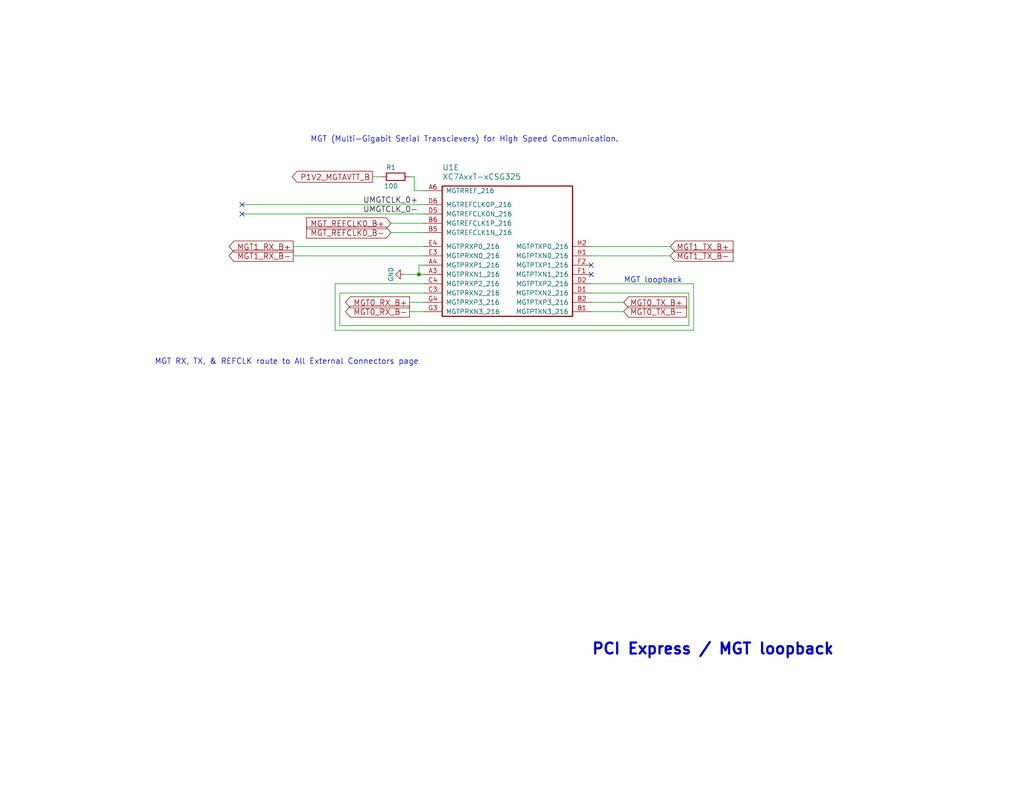
<source format=kicad_sch>
(kicad_sch (version 20250114) (generator "eeschema") (generator_version "9.0")
  (paper "A")
  (title_block (title "hFPGA") (date "2025-09-16") (rev "D") (company "Ethan Yang (github.com/ethanyangtaco115) & Stanely Wang") (comment 1 "A modification of the PicoEVB (github.com/RHSResearchLLC/PicoEVB)") (comment 2 "An expansion"))
  (lib_symbols
    (symbol "CONN_COAXIAL_1" (pin_names (offset 1.016) (hide yes))
      (property "Reference" "J" (at 0.254 3.048 0))
      (property "Value" "CONN_COAXIAL" (at 2.921 0 90))
      (symbol "CONN_COAXIAL_1_1_1"
        (pin passive line (at -3.81 0 0) (length 2.54) (name "In") (number "1"))
        (pin passive line (at 0 -5.08 90) (length 2.54) (name "Ext") (number "2"))
      )
    )
    (symbol "CONN_COAXIAL_2" (pin_names (offset 1.016) (hide yes))
      (property "Reference" "J" (at 0.254 3.048 0))
      (property "Value" "CONN_COAXIAL" (at 2.921 0 90))
      (symbol "CONN_COAXIAL_2_1_1"
        (pin passive line (at -3.81 0 0) (length 2.54) (name "In") (number "1"))
        (pin passive line (at 0 -5.08 90) (length 2.54) (name "Ext") (number "2"))
      )
    )
    (symbol "CONN_COAXIAL_3" (pin_names (offset 1.016) (hide yes))
      (property "Reference" "J" (at 0.254 3.048 0))
      (property "Value" "CONN_COAXIAL" (at 2.921 0 90))
      (symbol "CONN_COAXIAL_3_1_1"
        (pin passive line (at -3.81 0 0) (length 2.54) (name "In") (number "1"))
        (pin passive line (at 0 -5.08 90) (length 2.54) (name "Ext") (number "2"))
      )
    )
    (symbol "CONN_COAXIAL_4" (pin_names (offset 1.016) (hide yes))
      (property "Reference" "J" (at 0.254 3.048 0))
      (property "Value" "CONN_COAXIAL" (at 2.921 0 90))
      (symbol "CONN_COAXIAL_4_1_1"
        (pin passive line (at -3.81 0 0) (length 2.54) (name "In") (number "1"))
        (pin passive line (at 0 -5.08 90) (length 2.54) (name "Ext") (number "2"))
      )
    )
    (symbol "CONN_COAXIAL_5" (pin_names (offset 1.016) (hide yes))
      (property "Reference" "J" (at 0.254 3.048 0))
      (property "Value" "CONN_COAXIAL" (at 2.921 0 90))
      (symbol "CONN_COAXIAL_5_1_1"
        (pin passive line (at -3.81 0 0) (length 2.54) (name "In") (number "1"))
        (pin passive line (at 0 -5.08 90) (length 2.54) (name "Ext") (number "2"))
      )
    )
    (symbol "CONN_COAXIAL_6" (pin_names (offset 1.016) (hide yes))
      (property "Reference" "J" (at 0.254 3.048 0))
      (property "Value" "CONN_COAXIAL" (at 2.921 0 90))
      (symbol "CONN_COAXIAL_6_1_1"
        (pin passive line (at -3.81 0 0) (length 2.54) (name "In") (number "1"))
        (pin passive line (at 0 -5.08 90) (length 2.54) (name "Ext") (number "2"))
      )
    )
    (symbol "GND_1" (power) (pin_names (offset 0))
      (property "Value" "GND" (at 0 -3.81 0))
      (symbol "GND_1_1_1"
        (pin power_in line (at 0 0 270) (length 0) (hide yes) (name "GND") (number "1"))
      )
    )
    (symbol "GND_10" (power) (pin_names (offset 0))
      (property "Value" "GND" (at 0 -3.81 0))
      (symbol "GND_10_1_1"
        (pin power_in line (at 0 0 270) (length 0) (hide yes) (name "GND") (number "1"))
      )
    )
    (symbol "GND_2" (power) (pin_names (offset 0))
      (property "Value" "GND" (at 0 -3.81 0))
      (symbol "GND_2_1_1"
        (pin power_in line (at 0 0 270) (length 0) (hide yes) (name "GND") (number "1"))
      )
    )
    (symbol "GND_3" (power) (pin_names (offset 0))
      (property "Value" "GND" (at 0 -3.81 0))
      (symbol "GND_3_1_1"
        (pin power_in line (at 0 0 270) (length 0) (hide yes) (name "GND") (number "1"))
      )
    )
    (symbol "GND_4" (power) (pin_names (offset 0))
      (property "Value" "GND" (at 0 -3.81 0))
      (symbol "GND_4_1_1"
        (pin power_in line (at 0 0 270) (length 0) (hide yes) (name "GND") (number "1"))
      )
    )
    (symbol "GND_5" (power) (pin_names (offset 0))
      (property "Value" "GND" (at 0 -3.81 0))
      (symbol "GND_5_1_1"
        (pin power_in line (at 0 0 270) (length 0) (hide yes) (name "GND") (number "1"))
      )
    )
    (symbol "GND_6" (power) (pin_names (offset 0))
      (property "Value" "GND" (at 0 -3.81 0))
      (symbol "GND_6_1_1"
        (pin power_in line (at 0 0 270) (length 0) (hide yes) (name "GND") (number "1"))
      )
    )
    (symbol "GND_7" (power) (pin_names (offset 0))
      (property "Value" "GND" (at 0 -3.81 0))
      (symbol "GND_7_1_1"
        (pin power_in line (at 0 0 270) (length 0) (hide yes) (name "GND") (number "1"))
      )
    )
    (symbol "R_1" (pin_numbers (hide yes)) (pin_names (offset 0))
      (property "Reference" "R" (at 2.032 0 90))
      (property "Value" "R" (at 0 0 90))
      (symbol "R_1_1_1"
        (pin passive line (at 0 3.81 270) (length 1.27) (name "~") (number "1"))
        (pin passive line (at 0 -3.81 90) (length 1.27) (name "~") (number "2"))
      )
    )
    (symbol "R_2" (pin_numbers (hide yes)) (pin_names (offset 0))
      (property "Reference" "R" (at 2.032 0 90))
      (property "Value" "R" (at 0 0 90))
      (symbol "R_2_1_1"
        (pin passive line (at 0 3.81 270) (length 1.27) (name "~") (number "1"))
        (pin passive line (at 0 -3.81 90) (length 1.27) (name "~") (number "2"))
      )
    )
    (symbol "xc7a50tcsg325_1" (pin_names (offset 1.016))
      (property "Reference" "U" (at 1.27 3.81 0))
      (property "Value" "xc7a50tcsg325" (at 8.89 3.81 0))
      (symbol "xc7a50tcsg325_1_1_1"
        (pin power_in line (at 0 0 0) (length 5.08) (name "VCCO_0[2]") (number "E10"))
        (pin power_in line (at 0 0 0) (length 5.08) (name "VCCO_0[2]") (number "R10"))
        (pin power_in line (at 0 -2.54 0) (length 5.08) (name "VCCBATT_0") (number "E11"))
        (pin input line (at 0 -6.35 0) (length 5.08) (name "CFGBVS_0") (number "E12"))
        (pin input line (at 0 -8.89 0) (length 5.08) (name "M0_0") (number "R12"))
        (pin input line (at 0 -11.43 0) (length 5.08) (name "M1_0") (number "R11"))
        (pin input line (at 0 -13.97 0) (length 5.08) (name "M2_0") (number "F13"))
        (pin input line (at 0 -17.78 0) (length 5.08) (name "TDI_0") (number "T9"))
        (pin output line (at 0 -20.32 0) (length 5.08) (name "TDO_0") (number "T8"))
        (pin input line (at 0 -22.86 0) (length 5.08) (name "TMS_0") (number "R8"))
        (pin input line (at 0 -25.4 0) (length 5.08) (name "TCK_0") (number "F8"))
        (pin input line (at 0 -29.21 0) (length 5.08) (name "PROGRAM_B_0") (number "P10"))
        (pin input line (at 0 -31.75 0) (length 5.08) (name "INIT_B_0") (number "T10"))
        (pin output line (at 0 -34.29 0) (length 5.08) (name "DONE_0") (number "F12"))
        (pin input line (at 0 -38.1 0) (length 5.08) (name "CCLK_0") (number "E8"))
        (pin power_in line (at 36.83 0 180) (length 5.08) (name "VCCADC_0") (number "J10"))
        (pin power_in line (at 36.83 -2.54 180) (length 5.08) (name "GNDADC_0") (number "J9"))
        (pin input line (at 36.83 -5.08 180) (length 5.08) (name "VREFP_0") (number "L10"))
        (pin input line (at 36.83 -7.62 180) (length 5.08) (name "VREFN_0") (number "K9"))
        (pin input line (at 36.83 -10.16 180) (length 5.08) (name "VP_0") (number "K10"))
        (pin input line (at 36.83 -12.7 180) (length 5.08) (name "VN_0") (number "L9"))
        (pin passive line (at 36.83 -16.51 180) (length 5.08) (name "DXN_0") (number "M9"))
        (pin passive line (at 36.83 -19.05 180) (length 5.08) (name "DXP_0") (number "M10"))
      )
      (symbol "xc7a50tcsg325_1_2_1"
        (pin bidirectional line (at 0 0 0) (length 5.08) (name "IO_0_14") (number "L14"))
        (pin bidirectional line (at 0 -2.54 0) (length 5.08) (name "IO_L1P_T0_D00_MOSI_14") (number "K16"))
        (pin bidirectional line (at 0 -5.08 0) (length 5.08) (name "IO_L1N_T0_D01_DIN_14") (number "L17"))
        (pin bidirectional line (at 0 -7.62 0) (length 5.08) (name "IO_L2P_T0_D02_14") (number "J15"))
        (pin bidirectional line (at 0 -10.16 0) (length 5.08) (name "IO_L2N_T0_D03_14") (number "J16"))
        (pin bidirectional line (at 0 -12.7 0) (length 5.08) (name "IO_L3P_T0_DQS_PUDC_B_14") (number "J18"))
        (pin bidirectional line (at 0 -15.24 0) (length 5.08) (name "IO_L3N_T0_DQS_EMCCLK_14") (number "K18"))
        (pin bidirectional line (at 0 -17.78 0) (length 5.08) (name "IO_L4P_T0_D04_14") (number "K17"))
        (pin bidirectional line (at 0 -20.32 0) (length 5.08) (name "IO_L4N_T0_D05_14") (number "L18"))
        (pin bidirectional line (at 0 -22.86 0) (length 5.08) (name "IO_L5P_T0_D06_14") (number "J14"))
        (pin bidirectional line (at 0 -25.4 0) (length 5.08) (name "IO_L5N_T0_D07_14") (number "K15"))
        (pin bidirectional line (at 0 -27.94 0) (length 5.08) (name "IO_L6P_T0_FCS_B_14") (number "L15"))
        (pin bidirectional line (at 0 -30.48 0) (length 5.08) (name "IO_L6N_T0_D08_VREF_14") (number "M15"))
        (pin bidirectional line (at 0 -33.02 0) (length 5.08) (name "IO_L7P_T1_D09_14") (number "M16"))
        (pin bidirectional line (at 0 -35.56 0) (length 5.08) (name "IO_L7N_T1_D10_14") (number "M17"))
        (pin bidirectional line (at 0 -38.1 0) (length 5.08) (name "IO_L8P_T1_D11_14") (number "M14"))
        (pin bidirectional line (at 0 -40.64 0) (length 5.08) (name "IO_L8N_T1_D12_14") (number "N14"))
        (pin bidirectional line (at 0 -43.18 0) (length 5.08) (name "IO_L9P_T1_DQS_14") (number "N16"))
        (pin bidirectional line (at 0 -45.72 0) (length 5.08) (name "IO_L9N_T1_DQS_D13_14") (number "N17"))
        (pin bidirectional line (at 0 -48.26 0) (length 5.08) (name "IO_L10P_T1_D14_14") (number "N18"))
        (pin bidirectional line (at 0 -50.8 0) (length 5.08) (name "IO_L10N_T1_D15_14") (number "P18"))
        (pin bidirectional line (at 0 -53.34 0) (length 5.08) (name "IO_L11P_T1_SRCC_14") (number "P15"))
        (pin bidirectional line (at 0 -55.88 0) (length 5.08) (name "IO_L11N_T1_SRCC_14") (number "P16"))
        (pin bidirectional line (at 0 -58.42 0) (length 5.08) (name "IO_L12P_T1_MRCC_14") (number "P14"))
        (pin bidirectional line (at 0 -60.96 0) (length 5.08) (name "IO_L12N_T1_MRCC_14") (number "R15"))
        (pin bidirectional line (at 0 -63.5 0) (length 5.08) (name "IO_L13P_T2_MRCC_14") (number "T14"))
        (pin bidirectional line (at 0 -66.04 0) (length 5.08) (name "IO_L13N_T2_MRCC_14") (number "T15"))
        (pin bidirectional line (at 0 -68.58 0) (length 5.08) (name "IO_L14P_T2_SRCC_14") (number "R16"))
        (pin bidirectional line (at 0 -71.12 0) (length 5.08) (name "IO_L14N_T2_SRCC_14") (number "R17"))
        (pin bidirectional line (at 0 -73.66 0) (length 5.08) (name "IO_L15P_T2_DQS_RDWR_B_14") (number "R18"))
        (pin bidirectional line (at 0 -76.2 0) (length 5.08) (name "IO_L15N_T2_DQS_DOUT_CSO_B_14") (number "T18"))
        (pin bidirectional line (at 0 -78.74 0) (length 5.08) (name "IO_L16P_T2_CSI_B_14") (number "T17"))
        (pin bidirectional line (at 0 -81.28 0) (length 5.08) (name "IO_L16N_T2_A15_D31_14") (number "U17"))
        (pin bidirectional line (at 0 -83.82 0) (length 5.08) (name "IO_L17P_T2_A14_D30_14") (number "U15"))
        (pin bidirectional line (at 0 -86.36 0) (length 5.08) (name "IO_L17N_T2_A13_D29_14") (number "U16"))
        (pin bidirectional line (at 0 -88.9 0) (length 5.08) (name "IO_L18P_T2_A12_D28_14") (number "V16"))
        (pin bidirectional line (at 0 -91.44 0) (length 5.08) (name "IO_L18N_T2_A11_D27_14") (number "V17"))
        (pin bidirectional line (at 0 -93.98 0) (length 5.08) (name "IO_L19P_T3_A10_D26_14") (number "R13"))
        (pin bidirectional line (at 0 -96.52 0) (length 5.08) (name "IO_L19N_T3_A09_D25_VREF_14") (number "T13"))
        (pin bidirectional line (at 0 -99.06 0) (length 5.08) (name "IO_L20P_T3_A08_D24_14") (number "U14"))
        (pin bidirectional line (at 0 -101.6 0) (length 5.08) (name "IO_L20N_T3_A07_D23_14") (number "V14"))
        (pin bidirectional line (at 0 -104.14 0) (length 5.08) (name "IO_L21P_T3_DQS_14") (number "V12"))
        (pin bidirectional line (at 0 -106.68 0) (length 5.08) (name "IO_L21N_T3_DQS_A06_D22_14") (number "V13"))
        (pin bidirectional line (at 0 -109.22 0) (length 5.08) (name "IO_L22P_T3_A05_D21_14") (number "T12"))
        (pin bidirectional line (at 0 -111.76 0) (length 5.08) (name "IO_L22N_T3_A04_D20_14") (number "U12"))
        (pin bidirectional line (at 0 -114.3 0) (length 5.08) (name "IO_L23P_T3_A03_D19_14") (number "U11"))
        (pin bidirectional line (at 0 -116.84 0) (length 5.08) (name "IO_L23N_T3_A02_D18_14") (number "V11"))
        (pin bidirectional line (at 0 -119.38 0) (length 5.08) (name "IO_L24P_T3_A01_D17_14") (number "U9"))
        (pin bidirectional line (at 0 -121.92 0) (length 5.08) (name "IO_L24N_T3_A00_D16_14") (number "V9"))
        (pin bidirectional line (at 0 -124.46 0) (length 5.08) (name "IO_25_14") (number "U10"))
        (pin power_in line (at 0 -127 0) (length 5.08) (name "VCCO_14[7]") (number "L16"))
        (pin power_in line (at 0 -127 0) (length 5.08) (name "VCCO_14[7]") (number "P17"))
        (pin power_in line (at 0 -127 0) (length 5.08) (name "VCCO_14[7]") (number "R14"))
        (pin power_in line (at 0 -127 0) (length 5.08) (name "VCCO_14[7]") (number "T11"))
        (pin power_in line (at 0 -127 0) (length 5.08) (name "VCCO_14[7]") (number "U18"))
        (pin power_in line (at 0 -127 0) (length 5.08) (name "VCCO_14[7]") (number "U8"))
        (pin power_in line (at 0 -127 0) (length 5.08) (name "VCCO_14[7]") (number "V15"))
      )
      (symbol "xc7a50tcsg325_1_3_1"
        (pin bidirectional line (at 0 0 0) (length 5.08) (name "IO_0_15") (number "D10"))
        (pin bidirectional line (at 0 -2.54 0) (length 5.08) (name "IO_L1P_T0_AD0P_15") (number "D8"))
        (pin bidirectional line (at 0 -5.08 0) (length 5.08) (name "IO_L1N_T0_AD0N_15") (number "C8"))
        (pin bidirectional line (at 0 -7.62 0) (length 5.08) (name "IO_L2P_T0_AD8P_15") (number "D9"))
        (pin bidirectional line (at 0 -10.16 0) (length 5.08) (name "IO_L2N_T0_AD8N_15") (number "C9"))
        (pin bidirectional line (at 0 -12.7 0) (length 5.08) (name "IO_L3P_T0_DQS_AD1P_15") (number "B9"))
        (pin bidirectional line (at 0 -15.24 0) (length 5.08) (name "IO_L3N_T0_DQS_AD1N_15") (number "A9"))
        (pin bidirectional line (at 0 -17.78 0) (length 5.08) (name "IO_L4P_T0_15") (number "C11"))
        (pin bidirectional line (at 0 -20.32 0) (length 5.08) (name "IO_L4N_T0_15") (number "B11"))
        (pin bidirectional line (at 0 -22.86 0) (length 5.08) (name "IO_L5P_T0_AD9P_15") (number "B10"))
        (pin bidirectional line (at 0 -25.4 0) (length 5.08) (name "IO_L5N_T0_AD9N_15") (number "A10"))
        (pin bidirectional line (at 0 -27.94 0) (length 5.08) (name "IO_L6P_T0_15") (number "D11"))
        (pin bidirectional line (at 0 -30.48 0) (length 5.08) (name "IO_L6N_T0_VREF_15") (number "C12"))
        (pin bidirectional line (at 0 -33.02 0) (length 5.08) (name "IO_L7P_T1_AD2P_15") (number "B12"))
        (pin bidirectional line (at 0 -35.56 0) (length 5.08) (name "IO_L7N_T1_AD2N_15") (number "A12"))
        (pin bidirectional line (at 0 -38.1 0) (length 5.08) (name "IO_L8P_T1_AD10P_15") (number "A13"))
        (pin bidirectional line (at 0 -40.64 0) (length 5.08) (name "IO_L8N_T1_AD10N_15") (number "A14"))
        (pin bidirectional line (at 0 -43.18 0) (length 5.08) (name "IO_L9P_T1_DQS_AD3P_15") (number "C14"))
        (pin bidirectional line (at 0 -45.72 0) (length 5.08) (name "IO_L9N_T1_DQS_AD3N_15") (number "B15"))
        (pin bidirectional line (at 0 -48.26 0) (length 5.08) (name "IO_L10P_T1_AD11P_15") (number "B14"))
        (pin bidirectional line (at 0 -50.8 0) (length 5.08) (name "IO_L10N_T1_AD11N_15") (number "A15"))
        (pin bidirectional line (at 0 -53.34 0) (length 5.08) (name "IO_L11P_T1_SRCC_15") (number "D13"))
        (pin bidirectional line (at 0 -55.88 0) (length 5.08) (name "IO_L11N_T1_SRCC_15") (number "C13"))
        (pin bidirectional line (at 0 -58.42 0) (length 5.08) (name "IO_L12P_T1_MRCC_15") (number "E13"))
        (pin bidirectional line (at 0 -60.96 0) (length 5.08) (name "IO_L12N_T1_MRCC_15") (number "D14"))
        (pin bidirectional line (at 0 -63.5 0) (length 5.08) (name "IO_L13P_T2_MRCC_15") (number "E15"))
        (pin bidirectional line (at 0 -66.04 0) (length 5.08) (name "IO_L13N_T2_MRCC_15") (number "D15"))
        (pin bidirectional line (at 0 -68.58 0) (length 5.08) (name "IO_L14P_T2_SRCC_15") (number "E16"))
        (pin bidirectional line (at 0 -71.12 0) (length 5.08) (name "IO_L14N_T2_SRCC_15") (number "D16"))
        (pin bidirectional line (at 0 -73.66 0) (length 5.08) (name "IO_L15P_T2_DQS_15") (number "B16"))
        (pin bidirectional line (at 0 -76.2 0) (length 5.08) (name "IO_L15N_T2_DQS_ADV_B_15") (number "A17"))
        (pin bidirectional line (at 0 -78.74 0) (length 5.08) (name "IO_L16P_T2_A28_15") (number "C16"))
        (pin bidirectional line (at 0 -81.28 0) (length 5.08) (name "IO_L16N_T2_A27_15") (number "B17"))
        (pin bidirectional line (at 0 -83.82 0) (length 5.08) (name "IO_L17P_T2_A26_15") (number "E17"))
        (pin bidirectional line (at 0 -86.36 0) (length 5.08) (name "IO_L17N_T2_A25_15") (number "D18"))
        (pin bidirectional line (at 0 -88.9 0) (length 5.08) (name "IO_L18P_T2_A24_15") (number "C17"))
        (pin bidirectional line (at 0 -91.44 0) (length 5.08) (name "IO_L18N_T2_A23_15") (number "C18"))
        (pin bidirectional line (at 0 -93.98 0) (length 5.08) (name "IO_L19P_T3_A22_15") (number "G17"))
        (pin bidirectional line (at 0 -96.52 0) (length 5.08) (name "IO_L19N_T3_A21_VREF_15") (number "F18"))
        (pin bidirectional line (at 0 -99.06 0) (length 5.08) (name "IO_L20P_T3_A20_15") (number "H16"))
        (pin bidirectional line (at 0 -101.6 0) (length 5.08) (name "IO_L20N_T3_A19_15") (number "G16"))
        (pin bidirectional line (at 0 -104.14 0) (length 5.08) (name "IO_L21P_T3_DQS_15") (number "G15"))
        (pin bidirectional line (at 0 -106.68 0) (length 5.08) (name "IO_L21N_T3_DQS_A18_15") (number "F15"))
        (pin bidirectional line (at 0 -109.22 0) (length 5.08) (name "IO_L22P_T3_A17_15") (number "G14"))
        (pin bidirectional line (at 0 -111.76 0) (length 5.08) (name "IO_L22N_T3_A16_15") (number "F14"))
        (pin bidirectional line (at 0 -114.3 0) (length 5.08) (name "IO_L23P_T3_FOE_B_15") (number "H17"))
        (pin bidirectional line (at 0 -116.84 0) (length 5.08) (name "IO_L23N_T3_FWE_B_15") (number "H18"))
        (pin bidirectional line (at 0 -119.38 0) (length 5.08) (name "IO_L24P_T3_RS1_15") (number "F17"))
        (pin bidirectional line (at 0 -121.92 0) (length 5.08) (name "IO_L24N_T3_RS0_15") (number "E18"))
        (pin bidirectional line (at 0 -124.46 0) (length 5.08) (name "IO_25_15") (number "H14"))
        (pin power_in line (at 0 -127 0) (length 5.08) (name "VCCO_15[7]") (number "A16"))
        (pin power_in line (at 0 -127 0) (length 5.08) (name "VCCO_15[7]") (number "B13"))
        (pin power_in line (at 0 -127 0) (length 5.08) (name "VCCO_15[7]") (number "C10"))
        (pin power_in line (at 0 -127 0) (length 5.08) (name "VCCO_15[7]") (number "D17"))
        (pin power_in line (at 0 -127 0) (length 5.08) (name "VCCO_15[7]") (number "E14"))
        (pin power_in line (at 0 -127 0) (length 5.08) (name "VCCO_15[7]") (number "G18"))
        (pin power_in line (at 0 -127 0) (length 5.08) (name "VCCO_15[7]") (number "H15"))
      )
      (symbol "xc7a50tcsg325_1_4_1"
        (pin bidirectional line (at 0 0 0) (length 5.08) (name "IO_0_34") (number "J6"))
        (pin bidirectional line (at 0 -2.54 0) (length 5.08) (name "IO_L1P_T0_34") (number "K6"))
        (pin bidirectional line (at 0 -5.08 0) (length 5.08) (name "IO_L1N_T0_34") (number "K5"))
        (pin bidirectional line (at 0 -7.62 0) (length 5.08) (name "IO_L2P_T0_34") (number "J5"))
        (pin bidirectional line (at 0 -10.16 0) (length 5.08) (name "IO_L2N_T0_34") (number "J4"))
        (pin bidirectional line (at 0 -12.7 0) (length 5.08) (name "IO_L3P_T0_DQS_34") (number "K2"))
        (pin bidirectional line (at 0 -15.24 0) (length 5.08) (name "IO_L3N_T0_DQS_34") (number "K1"))
        (pin bidirectional line (at 0 -17.78 0) (length 5.08) (name "IO_L4P_T0_34") (number "K3"))
        (pin bidirectional line (at 0 -20.32 0) (length 5.08) (name "IO_L4N_T0_34") (number "L2"))
        (pin bidirectional line (at 0 -22.86 0) (length 5.08) (name "IO_L5P_T0_34") (number "L4"))
        (pin bidirectional line (at 0 -25.4 0) (length 5.08) (name "IO_L5N_T0_34") (number "L3"))
        (pin bidirectional line (at 0 -27.94 0) (length 5.08) (name "IO_L6P_T0_34") (number "L5"))
        (pin bidirectional line (at 0 -30.48 0) (length 5.08) (name "IO_L6N_T0_VREF_34") (number "M5"))
        (pin bidirectional line (at 0 -33.02 0) (length 5.08) (name "IO_L7P_T1_34") (number "M2"))
        (pin bidirectional line (at 0 -35.56 0) (length 5.08) (name "IO_L7N_T1_34") (number "M1"))
        (pin bidirectional line (at 0 -38.1 0) (length 5.08) (name "IO_L8P_T1_34") (number "M6"))
        (pin bidirectional line (at 0 -40.64 0) (length 5.08) (name "IO_L8N_T1_34") (number "N6"))
        (pin bidirectional line (at 0 -43.18 0) (length 5.08) (name "IO_L9P_T1_DQS_34") (number "N1"))
        (pin bidirectional line (at 0 -45.72 0) (length 5.08) (name "IO_L9N_T1_DQS_34") (number "P1"))
        (pin bidirectional line (at 0 -48.26 0) (length 5.08) (name "IO_L10P_T1_34") (number "M4"))
        (pin bidirectional line (at 0 -50.8 0) (length 5.08) (name "IO_L10N_T1_34") (number "N4"))
        (pin bidirectional line (at 0 -53.34 0) (length 5.08) (name "IO_L11P_T1_SRCC_34") (number "N3"))
        (pin bidirectional line (at 0 -55.88 0) (length 5.08) (name "IO_L11N_T1_SRCC_34") (number "N2"))
        (pin bidirectional line (at 0 -58.42 0) (length 5.08) (name "IO_L12P_T1_MRCC_34") (number "P4"))
        (pin bidirectional line (at 0 -60.96 0) (length 5.08) (name "IO_L12N_T1_MRCC_34") (number "P3"))
        (pin bidirectional line (at 0 -63.5 0) (length 5.08) (name "IO_L13P_T2_MRCC_34") (number "R2"))
        (pin bidirectional line (at 0 -66.04 0) (length 5.08) (name "IO_L13N_T2_MRCC_34") (number "R1"))
        (pin bidirectional line (at 0 -68.58 0) (length 5.08) (name "IO_L14P_T2_SRCC_34") (number "R3"))
        (pin bidirectional line (at 0 -71.12 0) (length 5.08) (name "IO_L14N_T2_SRCC_34") (number "T2"))
        (pin bidirectional line (at 0 -73.66 0) (length 5.08) (name "IO_L15P_T2_DQS_34") (number "U2"))
        (pin bidirectional line (at 0 -76.2 0) (length 5.08) (name "IO_L15N_T2_DQS_34") (number "U1"))
        (pin bidirectional line (at 0 -78.74 0) (length 5.08) (name "IO_L16P_T2_34") (number "V3"))
        (pin bidirectional line (at 0 -81.28 0) (length 5.08) (name "IO_L16N_T2_34") (number "V2"))
        (pin bidirectional line (at 0 -83.82 0) (length 5.08) (name "IO_L17P_T2_34") (number "T4"))
        (pin bidirectional line (at 0 -86.36 0) (length 5.08) (name "IO_L17N_T2_34") (number "T3"))
        (pin bidirectional line (at 0 -88.9 0) (length 5.08) (name "IO_L18P_T2_34") (number "U4"))
        (pin bidirectional line (at 0 -91.44 0) (length 5.08) (name "IO_L18N_T2_34") (number "V4"))
        (pin bidirectional line (at 0 -93.98 0) (length 5.08) (name "IO_L19P_T3_34") (number "P6"))
        (pin bidirectional line (at 0 -96.52 0) (length 5.08) (name "IO_L19N_T3_VREF_34") (number "P5"))
        (pin bidirectional line (at 0 -99.06 0) (length 5.08) (name "IO_L20P_T3_34") (number "U6"))
        (pin bidirectional line (at 0 -101.6 0) (length 5.08) (name "IO_L20N_T3_34") (number "U5"))
        (pin bidirectional line (at 0 -104.14 0) (length 5.08) (name "IO_L21P_T3_DQS_34") (number "R5"))
        (pin bidirectional line (at 0 -106.68 0) (length 5.08) (name "IO_L21N_T3_DQS_34") (number "T5"))
        (pin bidirectional line (at 0 -109.22 0) (length 5.08) (name "IO_L22P_T3_34") (number "R7"))
        (pin bidirectional line (at 0 -111.76 0) (length 5.08) (name "IO_L22N_T3_34") (number "T7"))
        (pin bidirectional line (at 0 -114.3 0) (length 5.08) (name "IO_L23P_T3_34") (number "U7"))
        (pin bidirectional line (at 0 -116.84 0) (length 5.08) (name "IO_L23N_T3_34") (number "V6"))
        (pin bidirectional line (at 0 -119.38 0) (length 5.08) (name "IO_L24P_T3_34") (number "V8"))
        (pin bidirectional line (at 0 -121.92 0) (length 5.08) (name "IO_L24N_T3_34") (number "V7"))
        (pin bidirectional line (at 0 -124.46 0) (length 5.08) (name "IO_25_34") (number "R6"))
        (pin power_in line (at 0 -127 0) (length 5.08) (name "VCCO_34[6]") (number "L6"))
        (pin power_in line (at 0 -127 0) (length 5.08) (name "VCCO_34[6]") (number "M3"))
        (pin power_in line (at 0 -127 0) (length 5.08) (name "VCCO_34[6]") (number "P7"))
        (pin power_in line (at 0 -127 0) (length 5.08) (name "VCCO_34[6]") (number "R4"))
        (pin power_in line (at 0 -127 0) (length 5.08) (name "VCCO_34[6]") (number "T1"))
        (pin power_in line (at 0 -127 0) (length 5.08) (name "VCCO_34[6]") (number "V5"))
      )
      (symbol "xc7a50tcsg325_1_5_1"
        (pin passive line (at 0 0 0) (length 5.08) (name "MGTRREF_216") (number "A6"))
        (pin input line (at 0 -3.81 0) (length 5.08) (name "MGTREFCLK0P_216") (number "D6"))
        (pin input line (at 0 -6.35 0) (length 5.08) (name "MGTREFCLK0N_216") (number "D5"))
        (pin input line (at 0 -8.89 0) (length 5.08) (name "MGTREFCLK1P_216") (number "B6"))
        (pin input line (at 0 -11.43 0) (length 5.08) (name "MGTREFCLK1N_216") (number "B5"))
        (pin input line (at 0 -15.24 0) (length 5.08) (name "MGTPRXP0_216") (number "E4"))
        (pin input line (at 0 -17.78 0) (length 5.08) (name "MGTPRXN0_216") (number "E3"))
        (pin input line (at 0 -20.32 0) (length 5.08) (name "MGTPRXP1_216") (number "A4"))
        (pin input line (at 0 -22.86 0) (length 5.08) (name "MGTPRXN1_216") (number "A3"))
        (pin input line (at 0 -25.4 0) (length 5.08) (name "MGTPRXP2_216") (number "C4"))
        (pin input line (at 0 -27.94 0) (length 5.08) (name "MGTPRXN2_216") (number "C3"))
        (pin input line (at 0 -30.48 0) (length 5.08) (name "MGTPRXP3_216") (number "G4"))
        (pin input line (at 0 -33.02 0) (length 5.08) (name "MGTPRXN3_216") (number "G3"))
        (pin output line (at 45.72 -15.24 180) (length 5.08) (name "MGTPTXP0_216") (number "H2"))
        (pin output line (at 45.72 -17.78 180) (length 5.08) (name "MGTPTXN0_216") (number "H1"))
        (pin output line (at 45.72 -20.32 180) (length 5.08) (name "MGTPTXP1_216") (number "F2"))
        (pin output line (at 45.72 -22.86 180) (length 5.08) (name "MGTPTXN1_216") (number "F1"))
        (pin output line (at 45.72 -25.4 180) (length 5.08) (name "MGTPTXP2_216") (number "D2"))
        (pin output line (at 45.72 -27.94 180) (length 5.08) (name "MGTPTXN2_216") (number "D1"))
        (pin output line (at 45.72 -30.48 180) (length 5.08) (name "MGTPTXP3_216") (number "B2"))
        (pin output line (at 45.72 -33.02 180) (length 5.08) (name "MGTPTXN3_216") (number "B1"))
      )
      (symbol "xc7a50tcsg325_1_6_1"
        (pin power_in line (at 0 0 0) (length 5.08) (name "VCCAUX[5]") (number "G12"))
        (pin power_in line (at 0 0 0) (length 5.08) (name "VCCAUX[5]") (number "H13"))
        (pin power_in line (at 0 0 0) (length 5.08) (name "VCCAUX[5]") (number "K13"))
        (pin power_in line (at 0 0 0) (length 5.08) (name "VCCAUX[5]") (number "M13"))
        (pin power_in line (at 0 0 0) (length 5.08) (name "VCCAUX[5]") (number "P13"))
        (pin power_in line (at 0 -2.54 0) (length 5.08) (name "VCCINT[18]") (number "F7"))
        (pin power_in line (at 0 -2.54 0) (length 5.08) (name "VCCINT[18]") (number "F9"))
        (pin power_in line (at 0 -2.54 0) (length 5.08) (name "VCCINT[18]") (number "G8"))
        (pin power_in line (at 0 -2.54 0) (length 5.08) (name "VCCINT[18]") (number "H7"))
        (pin power_in line (at 0 -2.54 0) (length 5.08) (name "VCCINT[18]") (number "H9"))
        (pin power_in line (at 0 -2.54 0) (length 5.08) (name "VCCINT[18]") (number "J12"))
        (pin power_in line (at 0 -2.54 0) (length 5.08) (name "VCCINT[18]") (number "J8"))
        (pin power_in line (at 0 -2.54 0) (length 5.08) (name "VCCINT[18]") (number "K11"))
        (pin power_in line (at 0 -2.54 0) (length 5.08) (name "VCCINT[18]") (number "K7"))
        (pin power_in line (at 0 -2.54 0) (length 5.08) (name "VCCINT[18]") (number "L12"))
        (pin power_in line (at 0 -2.54 0) (length 5.08) (name "VCCINT[18]") (number "L8"))
        (pin power_in line (at 0 -2.54 0) (length 5.08) (name "VCCINT[18]") (number "M11"))
        (pin power_in line (at 0 -2.54 0) (length 5.08) (name "VCCINT[18]") (number "M7"))
        (pin power_in line (at 0 -2.54 0) (length 5.08) (name "VCCINT[18]") (number "N10"))
        (pin power_in line (at 0 -2.54 0) (length 5.08) (name "VCCINT[18]") (number "N12"))
        (pin power_in line (at 0 -2.54 0) (length 5.08) (name "VCCINT[18]") (number "N8"))
        (pin power_in line (at 0 -2.54 0) (length 5.08) (name "VCCINT[18]") (number "P11"))
        (pin power_in line (at 0 -2.54 0) (length 5.08) (name "VCCINT[18]") (number "P9"))
        (pin power_in line (at 0 -5.08 0) (length 5.08) (name "GND[75]") (number "A1"))
        (pin power_in line (at 0 -5.08 0) (length 5.08) (name "GND[75]") (number "A11"))
        (pin power_in line (at 0 -5.08 0) (length 5.08) (name "GND[75]") (number "A18"))
        (pin power_in line (at 0 -5.08 0) (length 5.08) (name "GND[75]") (number "A5"))
        (pin power_in line (at 0 -5.08 0) (length 5.08) (name "GND[75]") (number "A7"))
        (pin power_in line (at 0 -5.08 0) (length 5.08) (name "GND[75]") (number "A8"))
        (pin power_in line (at 0 -5.08 0) (length 5.08) (name "GND[75]") (number "B18"))
        (pin power_in line (at 0 -5.08 0) (length 5.08) (name "GND[75]") (number "B3"))
        (pin power_in line (at 0 -5.08 0) (length 5.08) (name "GND[75]") (number "B7"))
        (pin power_in line (at 0 -5.08 0) (length 5.08) (name "GND[75]") (number "B8"))
        (pin power_in line (at 0 -5.08 0) (length 5.08) (name "GND[75]") (number "C15"))
        (pin power_in line (at 0 -5.08 0) (length 5.08) (name "GND[75]") (number "C2"))
        (pin power_in line (at 0 -5.08 0) (length 5.08) (name "GND[75]") (number "C6"))
        (pin power_in line (at 0 -5.08 0) (length 5.08) (name "GND[75]") (number "C7"))
        (pin power_in line (at 0 -5.08 0) (length 5.08) (name "GND[75]") (number "D12"))
        (pin power_in line (at 0 -5.08 0) (length 5.08) (name "GND[75]") (number "D3"))
        (pin power_in line (at 0 -5.08 0) (length 5.08) (name "GND[75]") (number "D4"))
        (pin power_in line (at 0 -5.08 0) (length 5.08) (name "GND[75]") (number "D7"))
        (pin power_in line (at 0 -5.08 0) (length 5.08) (name "GND[75]") (number "E2"))
        (pin power_in line (at 0 -5.08 0) (length 5.08) (name "GND[75]") (number "E6"))
        (pin power_in line (at 0 -5.08 0) (length 5.08) (name "GND[75]") (number "E7"))
        (pin power_in line (at 0 -5.08 0) (length 5.08) (name "GND[75]") (number "E9"))
        (pin power_in line (at 0 -5.08 0) (length 5.08) (name "GND[75]") (number "F10"))
        (pin power_in line (at 0 -5.08 0) (length 5.08) (name "GND[75]") (number "F16"))
        (pin power_in line (at 0 -5.08 0) (length 5.08) (name "GND[75]") (number "F4"))
        (pin power_in line (at 0 -5.08 0) (length 5.08) (name "GND[75]") (number "F6"))
        (pin power_in line (at 0 -5.08 0) (length 5.08) (name "GND[75]") (number "G1"))
        (pin power_in line (at 0 -5.08 0) (length 5.08) (name "GND[75]") (number "G11"))
        (pin power_in line (at 0 -5.08 0) (length 5.08) (name "GND[75]") (number "G13"))
        (pin power_in line (at 0 -5.08 0) (length 5.08) (name "GND[75]") (number "G5"))
        (pin power_in line (at 0 -5.08 0) (length 5.08) (name "GND[75]") (number "G6"))
        (pin power_in line (at 0 -5.08 0) (length 5.08) (name "GND[75]") (number "G7"))
        (pin power_in line (at 0 -5.08 0) (length 5.08) (name "GND[75]") (number "G9"))
        (pin power_in line (at 0 -5.08 0) (length 5.08) (name "GND[75]") (number "H10"))
        (pin power_in line (at 0 -5.08 0) (length 5.08) (name "GND[75]") (number "H12"))
        (pin power_in line (at 0 -5.08 0) (length 5.08) (name "GND[75]") (number "H3"))
        (pin power_in line (at 0 -5.08 0) (length 5.08) (name "GND[75]") (number "H4"))
        (pin power_in line (at 0 -5.08 0) (length 5.08) (name "GND[75]") (number "H5"))
        (pin power_in line (at 0 -5.08 0) (length 5.08) (name "GND[75]") (number "H6"))
        (pin power_in line (at 0 -5.08 0) (length 5.08) (name "GND[75]") (number "H8"))
        (pin power_in line (at 0 -5.08 0) (length 5.08) (name "GND[75]") (number "J1"))
        (pin power_in line (at 0 -5.08 0) (length 5.08) (name "GND[75]") (number "J11"))
        (pin power_in line (at 0 -5.08 0) (length 5.08) (name "GND[75]") (number "J13"))
        (pin power_in line (at 0 -5.08 0) (length 5.08) (name "GND[75]") (number "J17"))
        (pin power_in line (at 0 -5.08 0) (length 5.08) (name "GND[75]") (number "J2"))
        (pin power_in line (at 0 -5.08 0) (length 5.08) (name "GND[75]") (number "J3"))
        (pin power_in line (at 0 -5.08 0) (length 5.08) (name "GND[75]") (number "J7"))
        (pin power_in line (at 0 -5.08 0) (length 5.08) (name "GND[75]") (number "K12"))
        (pin power_in line (at 0 -5.08 0) (length 5.08) (name "GND[75]") (number "K14"))
        (pin power_in line (at 0 -5.08 0) (length 5.08) (name "GND[75]") (number "K4"))
        (pin power_in line (at 0 -5.08 0) (length 5.08) (name "GND[75]") (number "K8"))
        (pin power_in line (at 0 -5.08 0) (length 5.08) (name "GND[75]") (number "L1"))
        (pin power_in line (at 0 -5.08 0) (length 5.08) (name "GND[75]") (number "L11"))
        (pin power_in line (at 0 -5.08 0) (length 5.08) (name "GND[75]") (number "L13"))
        (pin power_in line (at 0 -5.08 0) (length 5.08) (name "GND[75]") (number "L7"))
        (pin power_in line (at 0 -5.08 0) (length 5.08) (name "GND[75]") (number "M12"))
        (pin power_in line (at 0 -5.08 0) (length 5.08) (name "GND[75]") (number "M18"))
        (pin power_in line (at 0 -5.08 0) (length 5.08) (name "GND[75]") (number "M8"))
        (pin power_in line (at 0 -5.08 0) (length 5.08) (name "GND[75]") (number "N11"))
        (pin power_in line (at 0 -5.08 0) (length 5.08) (name "GND[75]") (number "N13"))
        (pin power_in line (at 0 -5.08 0) (length 5.08) (name "GND[75]") (number "N15"))
        (pin power_in line (at 0 -5.08 0) (length 5.08) (name "GND[75]") (number "N5"))
        (pin power_in line (at 0 -5.08 0) (length 5.08) (name "GND[75]") (number "N7"))
        (pin power_in line (at 0 -5.08 0) (length 5.08) (name "GND[75]") (number "N9"))
        (pin power_in line (at 0 -5.08 0) (length 5.08) (name "GND[75]") (number "P12"))
        (pin power_in line (at 0 -5.08 0) (length 5.08) (name "GND[75]") (number "P2"))
        (pin power_in line (at 0 -5.08 0) (length 5.08) (name "GND[75]") (number "P8"))
        (pin power_in line (at 0 -5.08 0) (length 5.08) (name "GND[75]") (number "R9"))
        (pin power_in line (at 0 -5.08 0) (length 5.08) (name "GND[75]") (number "T16"))
        (pin power_in line (at 0 -5.08 0) (length 5.08) (name "GND[75]") (number "T6"))
        (pin power_in line (at 0 -5.08 0) (length 5.08) (name "GND[75]") (number "U13"))
        (pin power_in line (at 0 -5.08 0) (length 5.08) (name "GND[75]") (number "U3"))
        (pin power_in line (at 0 -5.08 0) (length 5.08) (name "GND[75]") (number "V1"))
        (pin power_in line (at 0 -5.08 0) (length 5.08) (name "GND[75]") (number "V10"))
        (pin power_in line (at 0 -5.08 0) (length 5.08) (name "GND[75]") (number "V18"))
        (pin power_in line (at 0 -7.62 0) (length 5.08) (name "VCCBRAM[3]") (number "F11"))
        (pin power_in line (at 0 -7.62 0) (length 5.08) (name "VCCBRAM[3]") (number "G10"))
        (pin power_in line (at 0 -7.62 0) (length 5.08) (name "VCCBRAM[3]") (number "H11"))
        (pin power_in line (at 0 -10.16 0) (length 5.08) (name "MGTAVCC[4]") (number "B4"))
        (pin power_in line (at 0 -10.16 0) (length 5.08) (name "MGTAVCC[4]") (number "C5"))
        (pin power_in line (at 0 -10.16 0) (length 5.08) (name "MGTAVCC[4]") (number "E5"))
        (pin power_in line (at 0 -10.16 0) (length 5.08) (name "MGTAVCC[4]") (number "F5"))
        (pin power_in line (at 0 -12.7 0) (length 5.08) (name "MGTAVTT[5]") (number "A2"))
        (pin power_in line (at 0 -12.7 0) (length 5.08) (name "MGTAVTT[5]") (number "C1"))
        (pin power_in line (at 0 -12.7 0) (length 5.08) (name "MGTAVTT[5]") (number "E1"))
        (pin power_in line (at 0 -12.7 0) (length 5.08) (name "MGTAVTT[5]") (number "F3"))
        (pin power_in line (at 0 -12.7 0) (length 5.08) (name "MGTAVTT[5]") (number "G2"))
      )
    )
    (symbol "xc7a50tcsg325_2" (pin_names (offset 1.016))
      (property "Reference" "U" (at 1.27 3.81 0))
      (property "Value" "xc7a50tcsg325" (at 8.89 3.81 0))
      (symbol "xc7a50tcsg325_2_1_1"
        (pin power_in line (at 0 0 0) (length 5.08) (name "VCCO_0[2]") (number "E10"))
        (pin power_in line (at 0 0 0) (length 5.08) (name "VCCO_0[2]") (number "R10"))
        (pin power_in line (at 0 -2.54 0) (length 5.08) (name "VCCBATT_0") (number "E11"))
        (pin input line (at 0 -6.35 0) (length 5.08) (name "CFGBVS_0") (number "E12"))
        (pin input line (at 0 -8.89 0) (length 5.08) (name "M0_0") (number "R12"))
        (pin input line (at 0 -11.43 0) (length 5.08) (name "M1_0") (number "R11"))
        (pin input line (at 0 -13.97 0) (length 5.08) (name "M2_0") (number "F13"))
        (pin input line (at 0 -17.78 0) (length 5.08) (name "TDI_0") (number "T9"))
        (pin output line (at 0 -20.32 0) (length 5.08) (name "TDO_0") (number "T8"))
        (pin input line (at 0 -22.86 0) (length 5.08) (name "TMS_0") (number "R8"))
        (pin input line (at 0 -25.4 0) (length 5.08) (name "TCK_0") (number "F8"))
        (pin input line (at 0 -29.21 0) (length 5.08) (name "PROGRAM_B_0") (number "P10"))
        (pin input line (at 0 -31.75 0) (length 5.08) (name "INIT_B_0") (number "T10"))
        (pin output line (at 0 -34.29 0) (length 5.08) (name "DONE_0") (number "F12"))
        (pin input line (at 0 -38.1 0) (length 5.08) (name "CCLK_0") (number "E8"))
        (pin power_in line (at 36.83 0 180) (length 5.08) (name "VCCADC_0") (number "J10"))
        (pin power_in line (at 36.83 -2.54 180) (length 5.08) (name "GNDADC_0") (number "J9"))
        (pin input line (at 36.83 -5.08 180) (length 5.08) (name "VREFP_0") (number "L10"))
        (pin input line (at 36.83 -7.62 180) (length 5.08) (name "VREFN_0") (number "K9"))
        (pin input line (at 36.83 -10.16 180) (length 5.08) (name "VP_0") (number "K10"))
        (pin input line (at 36.83 -12.7 180) (length 5.08) (name "VN_0") (number "L9"))
        (pin passive line (at 36.83 -16.51 180) (length 5.08) (name "DXN_0") (number "M9"))
        (pin passive line (at 36.83 -19.05 180) (length 5.08) (name "DXP_0") (number "M10"))
      )
      (symbol "xc7a50tcsg325_2_2_1"
        (pin bidirectional line (at 0 0 0) (length 5.08) (name "IO_0_14") (number "L14"))
        (pin bidirectional line (at 0 -2.54 0) (length 5.08) (name "IO_L1P_T0_D00_MOSI_14") (number "K16"))
        (pin bidirectional line (at 0 -5.08 0) (length 5.08) (name "IO_L1N_T0_D01_DIN_14") (number "L17"))
        (pin bidirectional line (at 0 -7.62 0) (length 5.08) (name "IO_L2P_T0_D02_14") (number "J15"))
        (pin bidirectional line (at 0 -10.16 0) (length 5.08) (name "IO_L2N_T0_D03_14") (number "J16"))
        (pin bidirectional line (at 0 -12.7 0) (length 5.08) (name "IO_L3P_T0_DQS_PUDC_B_14") (number "J18"))
        (pin bidirectional line (at 0 -15.24 0) (length 5.08) (name "IO_L3N_T0_DQS_EMCCLK_14") (number "K18"))
        (pin bidirectional line (at 0 -17.78 0) (length 5.08) (name "IO_L4P_T0_D04_14") (number "K17"))
        (pin bidirectional line (at 0 -20.32 0) (length 5.08) (name "IO_L4N_T0_D05_14") (number "L18"))
        (pin bidirectional line (at 0 -22.86 0) (length 5.08) (name "IO_L5P_T0_D06_14") (number "J14"))
        (pin bidirectional line (at 0 -25.4 0) (length 5.08) (name "IO_L5N_T0_D07_14") (number "K15"))
        (pin bidirectional line (at 0 -27.94 0) (length 5.08) (name "IO_L6P_T0_FCS_B_14") (number "L15"))
        (pin bidirectional line (at 0 -30.48 0) (length 5.08) (name "IO_L6N_T0_D08_VREF_14") (number "M15"))
        (pin bidirectional line (at 0 -33.02 0) (length 5.08) (name "IO_L7P_T1_D09_14") (number "M16"))
        (pin bidirectional line (at 0 -35.56 0) (length 5.08) (name "IO_L7N_T1_D10_14") (number "M17"))
        (pin bidirectional line (at 0 -38.1 0) (length 5.08) (name "IO_L8P_T1_D11_14") (number "M14"))
        (pin bidirectional line (at 0 -40.64 0) (length 5.08) (name "IO_L8N_T1_D12_14") (number "N14"))
        (pin bidirectional line (at 0 -43.18 0) (length 5.08) (name "IO_L9P_T1_DQS_14") (number "N16"))
        (pin bidirectional line (at 0 -45.72 0) (length 5.08) (name "IO_L9N_T1_DQS_D13_14") (number "N17"))
        (pin bidirectional line (at 0 -48.26 0) (length 5.08) (name "IO_L10P_T1_D14_14") (number "N18"))
        (pin bidirectional line (at 0 -50.8 0) (length 5.08) (name "IO_L10N_T1_D15_14") (number "P18"))
        (pin bidirectional line (at 0 -53.34 0) (length 5.08) (name "IO_L11P_T1_SRCC_14") (number "P15"))
        (pin bidirectional line (at 0 -55.88 0) (length 5.08) (name "IO_L11N_T1_SRCC_14") (number "P16"))
        (pin bidirectional line (at 0 -58.42 0) (length 5.08) (name "IO_L12P_T1_MRCC_14") (number "P14"))
        (pin bidirectional line (at 0 -60.96 0) (length 5.08) (name "IO_L12N_T1_MRCC_14") (number "R15"))
        (pin bidirectional line (at 0 -63.5 0) (length 5.08) (name "IO_L13P_T2_MRCC_14") (number "T14"))
        (pin bidirectional line (at 0 -66.04 0) (length 5.08) (name "IO_L13N_T2_MRCC_14") (number "T15"))
        (pin bidirectional line (at 0 -68.58 0) (length 5.08) (name "IO_L14P_T2_SRCC_14") (number "R16"))
        (pin bidirectional line (at 0 -71.12 0) (length 5.08) (name "IO_L14N_T2_SRCC_14") (number "R17"))
        (pin bidirectional line (at 0 -73.66 0) (length 5.08) (name "IO_L15P_T2_DQS_RDWR_B_14") (number "R18"))
        (pin bidirectional line (at 0 -76.2 0) (length 5.08) (name "IO_L15N_T2_DQS_DOUT_CSO_B_14") (number "T18"))
        (pin bidirectional line (at 0 -78.74 0) (length 5.08) (name "IO_L16P_T2_CSI_B_14") (number "T17"))
        (pin bidirectional line (at 0 -81.28 0) (length 5.08) (name "IO_L16N_T2_A15_D31_14") (number "U17"))
        (pin bidirectional line (at 0 -83.82 0) (length 5.08) (name "IO_L17P_T2_A14_D30_14") (number "U15"))
        (pin bidirectional line (at 0 -86.36 0) (length 5.08) (name "IO_L17N_T2_A13_D29_14") (number "U16"))
        (pin bidirectional line (at 0 -88.9 0) (length 5.08) (name "IO_L18P_T2_A12_D28_14") (number "V16"))
        (pin bidirectional line (at 0 -91.44 0) (length 5.08) (name "IO_L18N_T2_A11_D27_14") (number "V17"))
        (pin bidirectional line (at 0 -93.98 0) (length 5.08) (name "IO_L19P_T3_A10_D26_14") (number "R13"))
        (pin bidirectional line (at 0 -96.52 0) (length 5.08) (name "IO_L19N_T3_A09_D25_VREF_14") (number "T13"))
        (pin bidirectional line (at 0 -99.06 0) (length 5.08) (name "IO_L20P_T3_A08_D24_14") (number "U14"))
        (pin bidirectional line (at 0 -101.6 0) (length 5.08) (name "IO_L20N_T3_A07_D23_14") (number "V14"))
        (pin bidirectional line (at 0 -104.14 0) (length 5.08) (name "IO_L21P_T3_DQS_14") (number "V12"))
        (pin bidirectional line (at 0 -106.68 0) (length 5.08) (name "IO_L21N_T3_DQS_A06_D22_14") (number "V13"))
        (pin bidirectional line (at 0 -109.22 0) (length 5.08) (name "IO_L22P_T3_A05_D21_14") (number "T12"))
        (pin bidirectional line (at 0 -111.76 0) (length 5.08) (name "IO_L22N_T3_A04_D20_14") (number "U12"))
        (pin bidirectional line (at 0 -114.3 0) (length 5.08) (name "IO_L23P_T3_A03_D19_14") (number "U11"))
        (pin bidirectional line (at 0 -116.84 0) (length 5.08) (name "IO_L23N_T3_A02_D18_14") (number "V11"))
        (pin bidirectional line (at 0 -119.38 0) (length 5.08) (name "IO_L24P_T3_A01_D17_14") (number "U9"))
        (pin bidirectional line (at 0 -121.92 0) (length 5.08) (name "IO_L24N_T3_A00_D16_14") (number "V9"))
        (pin bidirectional line (at 0 -124.46 0) (length 5.08) (name "IO_25_14") (number "U10"))
        (pin power_in line (at 0 -127 0) (length 5.08) (name "VCCO_14[7]") (number "L16"))
        (pin power_in line (at 0 -127 0) (length 5.08) (name "VCCO_14[7]") (number "P17"))
        (pin power_in line (at 0 -127 0) (length 5.08) (name "VCCO_14[7]") (number "R14"))
        (pin power_in line (at 0 -127 0) (length 5.08) (name "VCCO_14[7]") (number "T11"))
        (pin power_in line (at 0 -127 0) (length 5.08) (name "VCCO_14[7]") (number "U18"))
        (pin power_in line (at 0 -127 0) (length 5.08) (name "VCCO_14[7]") (number "U8"))
        (pin power_in line (at 0 -127 0) (length 5.08) (name "VCCO_14[7]") (number "V15"))
      )
      (symbol "xc7a50tcsg325_2_3_1"
        (pin bidirectional line (at 0 0 0) (length 5.08) (name "IO_0_15") (number "D10"))
        (pin bidirectional line (at 0 -2.54 0) (length 5.08) (name "IO_L1P_T0_AD0P_15") (number "D8"))
        (pin bidirectional line (at 0 -5.08 0) (length 5.08) (name "IO_L1N_T0_AD0N_15") (number "C8"))
        (pin bidirectional line (at 0 -7.62 0) (length 5.08) (name "IO_L2P_T0_AD8P_15") (number "D9"))
        (pin bidirectional line (at 0 -10.16 0) (length 5.08) (name "IO_L2N_T0_AD8N_15") (number "C9"))
        (pin bidirectional line (at 0 -12.7 0) (length 5.08) (name "IO_L3P_T0_DQS_AD1P_15") (number "B9"))
        (pin bidirectional line (at 0 -15.24 0) (length 5.08) (name "IO_L3N_T0_DQS_AD1N_15") (number "A9"))
        (pin bidirectional line (at 0 -17.78 0) (length 5.08) (name "IO_L4P_T0_15") (number "C11"))
        (pin bidirectional line (at 0 -20.32 0) (length 5.08) (name "IO_L4N_T0_15") (number "B11"))
        (pin bidirectional line (at 0 -22.86 0) (length 5.08) (name "IO_L5P_T0_AD9P_15") (number "B10"))
        (pin bidirectional line (at 0 -25.4 0) (length 5.08) (name "IO_L5N_T0_AD9N_15") (number "A10"))
        (pin bidirectional line (at 0 -27.94 0) (length 5.08) (name "IO_L6P_T0_15") (number "D11"))
        (pin bidirectional line (at 0 -30.48 0) (length 5.08) (name "IO_L6N_T0_VREF_15") (number "C12"))
        (pin bidirectional line (at 0 -33.02 0) (length 5.08) (name "IO_L7P_T1_AD2P_15") (number "B12"))
        (pin bidirectional line (at 0 -35.56 0) (length 5.08) (name "IO_L7N_T1_AD2N_15") (number "A12"))
        (pin bidirectional line (at 0 -38.1 0) (length 5.08) (name "IO_L8P_T1_AD10P_15") (number "A13"))
        (pin bidirectional line (at 0 -40.64 0) (length 5.08) (name "IO_L8N_T1_AD10N_15") (number "A14"))
        (pin bidirectional line (at 0 -43.18 0) (length 5.08) (name "IO_L9P_T1_DQS_AD3P_15") (number "C14"))
        (pin bidirectional line (at 0 -45.72 0) (length 5.08) (name "IO_L9N_T1_DQS_AD3N_15") (number "B15"))
        (pin bidirectional line (at 0 -48.26 0) (length 5.08) (name "IO_L10P_T1_AD11P_15") (number "B14"))
        (pin bidirectional line (at 0 -50.8 0) (length 5.08) (name "IO_L10N_T1_AD11N_15") (number "A15"))
        (pin bidirectional line (at 0 -53.34 0) (length 5.08) (name "IO_L11P_T1_SRCC_15") (number "D13"))
        (pin bidirectional line (at 0 -55.88 0) (length 5.08) (name "IO_L11N_T1_SRCC_15") (number "C13"))
        (pin bidirectional line (at 0 -58.42 0) (length 5.08) (name "IO_L12P_T1_MRCC_15") (number "E13"))
        (pin bidirectional line (at 0 -60.96 0) (length 5.08) (name "IO_L12N_T1_MRCC_15") (number "D14"))
        (pin bidirectional line (at 0 -63.5 0) (length 5.08) (name "IO_L13P_T2_MRCC_15") (number "E15"))
        (pin bidirectional line (at 0 -66.04 0) (length 5.08) (name "IO_L13N_T2_MRCC_15") (number "D15"))
        (pin bidirectional line (at 0 -68.58 0) (length 5.08) (name "IO_L14P_T2_SRCC_15") (number "E16"))
        (pin bidirectional line (at 0 -71.12 0) (length 5.08) (name "IO_L14N_T2_SRCC_15") (number "D16"))
        (pin bidirectional line (at 0 -73.66 0) (length 5.08) (name "IO_L15P_T2_DQS_15") (number "B16"))
        (pin bidirectional line (at 0 -76.2 0) (length 5.08) (name "IO_L15N_T2_DQS_ADV_B_15") (number "A17"))
        (pin bidirectional line (at 0 -78.74 0) (length 5.08) (name "IO_L16P_T2_A28_15") (number "C16"))
        (pin bidirectional line (at 0 -81.28 0) (length 5.08) (name "IO_L16N_T2_A27_15") (number "B17"))
        (pin bidirectional line (at 0 -83.82 0) (length 5.08) (name "IO_L17P_T2_A26_15") (number "E17"))
        (pin bidirectional line (at 0 -86.36 0) (length 5.08) (name "IO_L17N_T2_A25_15") (number "D18"))
        (pin bidirectional line (at 0 -88.9 0) (length 5.08) (name "IO_L18P_T2_A24_15") (number "C17"))
        (pin bidirectional line (at 0 -91.44 0) (length 5.08) (name "IO_L18N_T2_A23_15") (number "C18"))
        (pin bidirectional line (at 0 -93.98 0) (length 5.08) (name "IO_L19P_T3_A22_15") (number "G17"))
        (pin bidirectional line (at 0 -96.52 0) (length 5.08) (name "IO_L19N_T3_A21_VREF_15") (number "F18"))
        (pin bidirectional line (at 0 -99.06 0) (length 5.08) (name "IO_L20P_T3_A20_15") (number "H16"))
        (pin bidirectional line (at 0 -101.6 0) (length 5.08) (name "IO_L20N_T3_A19_15") (number "G16"))
        (pin bidirectional line (at 0 -104.14 0) (length 5.08) (name "IO_L21P_T3_DQS_15") (number "G15"))
        (pin bidirectional line (at 0 -106.68 0) (length 5.08) (name "IO_L21N_T3_DQS_A18_15") (number "F15"))
        (pin bidirectional line (at 0 -109.22 0) (length 5.08) (name "IO_L22P_T3_A17_15") (number "G14"))
        (pin bidirectional line (at 0 -111.76 0) (length 5.08) (name "IO_L22N_T3_A16_15") (number "F14"))
        (pin bidirectional line (at 0 -114.3 0) (length 5.08) (name "IO_L23P_T3_FOE_B_15") (number "H17"))
        (pin bidirectional line (at 0 -116.84 0) (length 5.08) (name "IO_L23N_T3_FWE_B_15") (number "H18"))
        (pin bidirectional line (at 0 -119.38 0) (length 5.08) (name "IO_L24P_T3_RS1_15") (number "F17"))
        (pin bidirectional line (at 0 -121.92 0) (length 5.08) (name "IO_L24N_T3_RS0_15") (number "E18"))
        (pin bidirectional line (at 0 -124.46 0) (length 5.08) (name "IO_25_15") (number "H14"))
        (pin power_in line (at 0 -127 0) (length 5.08) (name "VCCO_15[7]") (number "A16"))
        (pin power_in line (at 0 -127 0) (length 5.08) (name "VCCO_15[7]") (number "B13"))
        (pin power_in line (at 0 -127 0) (length 5.08) (name "VCCO_15[7]") (number "C10"))
        (pin power_in line (at 0 -127 0) (length 5.08) (name "VCCO_15[7]") (number "D17"))
        (pin power_in line (at 0 -127 0) (length 5.08) (name "VCCO_15[7]") (number "E14"))
        (pin power_in line (at 0 -127 0) (length 5.08) (name "VCCO_15[7]") (number "G18"))
        (pin power_in line (at 0 -127 0) (length 5.08) (name "VCCO_15[7]") (number "H15"))
      )
      (symbol "xc7a50tcsg325_2_4_1"
        (pin bidirectional line (at 0 0 0) (length 5.08) (name "IO_0_34") (number "J6"))
        (pin bidirectional line (at 0 -2.54 0) (length 5.08) (name "IO_L1P_T0_34") (number "K6"))
        (pin bidirectional line (at 0 -5.08 0) (length 5.08) (name "IO_L1N_T0_34") (number "K5"))
        (pin bidirectional line (at 0 -7.62 0) (length 5.08) (name "IO_L2P_T0_34") (number "J5"))
        (pin bidirectional line (at 0 -10.16 0) (length 5.08) (name "IO_L2N_T0_34") (number "J4"))
        (pin bidirectional line (at 0 -12.7 0) (length 5.08) (name "IO_L3P_T0_DQS_34") (number "K2"))
        (pin bidirectional line (at 0 -15.24 0) (length 5.08) (name "IO_L3N_T0_DQS_34") (number "K1"))
        (pin bidirectional line (at 0 -17.78 0) (length 5.08) (name "IO_L4P_T0_34") (number "K3"))
        (pin bidirectional line (at 0 -20.32 0) (length 5.08) (name "IO_L4N_T0_34") (number "L2"))
        (pin bidirectional line (at 0 -22.86 0) (length 5.08) (name "IO_L5P_T0_34") (number "L4"))
        (pin bidirectional line (at 0 -25.4 0) (length 5.08) (name "IO_L5N_T0_34") (number "L3"))
        (pin bidirectional line (at 0 -27.94 0) (length 5.08) (name "IO_L6P_T0_34") (number "L5"))
        (pin bidirectional line (at 0 -30.48 0) (length 5.08) (name "IO_L6N_T0_VREF_34") (number "M5"))
        (pin bidirectional line (at 0 -33.02 0) (length 5.08) (name "IO_L7P_T1_34") (number "M2"))
        (pin bidirectional line (at 0 -35.56 0) (length 5.08) (name "IO_L7N_T1_34") (number "M1"))
        (pin bidirectional line (at 0 -38.1 0) (length 5.08) (name "IO_L8P_T1_34") (number "M6"))
        (pin bidirectional line (at 0 -40.64 0) (length 5.08) (name "IO_L8N_T1_34") (number "N6"))
        (pin bidirectional line (at 0 -43.18 0) (length 5.08) (name "IO_L9P_T1_DQS_34") (number "N1"))
        (pin bidirectional line (at 0 -45.72 0) (length 5.08) (name "IO_L9N_T1_DQS_34") (number "P1"))
        (pin bidirectional line (at 0 -48.26 0) (length 5.08) (name "IO_L10P_T1_34") (number "M4"))
        (pin bidirectional line (at 0 -50.8 0) (length 5.08) (name "IO_L10N_T1_34") (number "N4"))
        (pin bidirectional line (at 0 -53.34 0) (length 5.08) (name "IO_L11P_T1_SRCC_34") (number "N3"))
        (pin bidirectional line (at 0 -55.88 0) (length 5.08) (name "IO_L11N_T1_SRCC_34") (number "N2"))
        (pin bidirectional line (at 0 -58.42 0) (length 5.08) (name "IO_L12P_T1_MRCC_34") (number "P4"))
        (pin bidirectional line (at 0 -60.96 0) (length 5.08) (name "IO_L12N_T1_MRCC_34") (number "P3"))
        (pin bidirectional line (at 0 -63.5 0) (length 5.08) (name "IO_L13P_T2_MRCC_34") (number "R2"))
        (pin bidirectional line (at 0 -66.04 0) (length 5.08) (name "IO_L13N_T2_MRCC_34") (number "R1"))
        (pin bidirectional line (at 0 -68.58 0) (length 5.08) (name "IO_L14P_T2_SRCC_34") (number "R3"))
        (pin bidirectional line (at 0 -71.12 0) (length 5.08) (name "IO_L14N_T2_SRCC_34") (number "T2"))
        (pin bidirectional line (at 0 -73.66 0) (length 5.08) (name "IO_L15P_T2_DQS_34") (number "U2"))
        (pin bidirectional line (at 0 -76.2 0) (length 5.08) (name "IO_L15N_T2_DQS_34") (number "U1"))
        (pin bidirectional line (at 0 -78.74 0) (length 5.08) (name "IO_L16P_T2_34") (number "V3"))
        (pin bidirectional line (at 0 -81.28 0) (length 5.08) (name "IO_L16N_T2_34") (number "V2"))
        (pin bidirectional line (at 0 -83.82 0) (length 5.08) (name "IO_L17P_T2_34") (number "T4"))
        (pin bidirectional line (at 0 -86.36 0) (length 5.08) (name "IO_L17N_T2_34") (number "T3"))
        (pin bidirectional line (at 0 -88.9 0) (length 5.08) (name "IO_L18P_T2_34") (number "U4"))
        (pin bidirectional line (at 0 -91.44 0) (length 5.08) (name "IO_L18N_T2_34") (number "V4"))
        (pin bidirectional line (at 0 -93.98 0) (length 5.08) (name "IO_L19P_T3_34") (number "P6"))
        (pin bidirectional line (at 0 -96.52 0) (length 5.08) (name "IO_L19N_T3_VREF_34") (number "P5"))
        (pin bidirectional line (at 0 -99.06 0) (length 5.08) (name "IO_L20P_T3_34") (number "U6"))
        (pin bidirectional line (at 0 -101.6 0) (length 5.08) (name "IO_L20N_T3_34") (number "U5"))
        (pin bidirectional line (at 0 -104.14 0) (length 5.08) (name "IO_L21P_T3_DQS_34") (number "R5"))
        (pin bidirectional line (at 0 -106.68 0) (length 5.08) (name "IO_L21N_T3_DQS_34") (number "T5"))
        (pin bidirectional line (at 0 -109.22 0) (length 5.08) (name "IO_L22P_T3_34") (number "R7"))
        (pin bidirectional line (at 0 -111.76 0) (length 5.08) (name "IO_L22N_T3_34") (number "T7"))
        (pin bidirectional line (at 0 -114.3 0) (length 5.08) (name "IO_L23P_T3_34") (number "U7"))
        (pin bidirectional line (at 0 -116.84 0) (length 5.08) (name "IO_L23N_T3_34") (number "V6"))
        (pin bidirectional line (at 0 -119.38 0) (length 5.08) (name "IO_L24P_T3_34") (number "V8"))
        (pin bidirectional line (at 0 -121.92 0) (length 5.08) (name "IO_L24N_T3_34") (number "V7"))
        (pin bidirectional line (at 0 -124.46 0) (length 5.08) (name "IO_25_34") (number "R6"))
        (pin power_in line (at 0 -127 0) (length 5.08) (name "VCCO_34[6]") (number "L6"))
        (pin power_in line (at 0 -127 0) (length 5.08) (name "VCCO_34[6]") (number "M3"))
        (pin power_in line (at 0 -127 0) (length 5.08) (name "VCCO_34[6]") (number "P7"))
        (pin power_in line (at 0 -127 0) (length 5.08) (name "VCCO_34[6]") (number "R4"))
        (pin power_in line (at 0 -127 0) (length 5.08) (name "VCCO_34[6]") (number "T1"))
        (pin power_in line (at 0 -127 0) (length 5.08) (name "VCCO_34[6]") (number "V5"))
      )
      (symbol "xc7a50tcsg325_2_5_1"
        (pin passive line (at 0 0 0) (length 5.08) (name "MGTRREF_216") (number "A6"))
        (pin input line (at 0 -3.81 0) (length 5.08) (name "MGTREFCLK0P_216") (number "D6"))
        (pin input line (at 0 -6.35 0) (length 5.08) (name "MGTREFCLK0N_216") (number "D5"))
        (pin input line (at 0 -8.89 0) (length 5.08) (name "MGTREFCLK1P_216") (number "B6"))
        (pin input line (at 0 -11.43 0) (length 5.08) (name "MGTREFCLK1N_216") (number "B5"))
        (pin input line (at 0 -15.24 0) (length 5.08) (name "MGTPRXP0_216") (number "E4"))
        (pin input line (at 0 -17.78 0) (length 5.08) (name "MGTPRXN0_216") (number "E3"))
        (pin input line (at 0 -20.32 0) (length 5.08) (name "MGTPRXP1_216") (number "A4"))
        (pin input line (at 0 -22.86 0) (length 5.08) (name "MGTPRXN1_216") (number "A3"))
        (pin input line (at 0 -25.4 0) (length 5.08) (name "MGTPRXP2_216") (number "C4"))
        (pin input line (at 0 -27.94 0) (length 5.08) (name "MGTPRXN2_216") (number "C3"))
        (pin input line (at 0 -30.48 0) (length 5.08) (name "MGTPRXP3_216") (number "G4"))
        (pin input line (at 0 -33.02 0) (length 5.08) (name "MGTPRXN3_216") (number "G3"))
        (pin output line (at 45.72 -15.24 180) (length 5.08) (name "MGTPTXP0_216") (number "H2"))
        (pin output line (at 45.72 -17.78 180) (length 5.08) (name "MGTPTXN0_216") (number "H1"))
        (pin output line (at 45.72 -20.32 180) (length 5.08) (name "MGTPTXP1_216") (number "F2"))
        (pin output line (at 45.72 -22.86 180) (length 5.08) (name "MGTPTXN1_216") (number "F1"))
        (pin output line (at 45.72 -25.4 180) (length 5.08) (name "MGTPTXP2_216") (number "D2"))
        (pin output line (at 45.72 -27.94 180) (length 5.08) (name "MGTPTXN2_216") (number "D1"))
        (pin output line (at 45.72 -30.48 180) (length 5.08) (name "MGTPTXP3_216") (number "B2"))
        (pin output line (at 45.72 -33.02 180) (length 5.08) (name "MGTPTXN3_216") (number "B1"))
      )
      (symbol "xc7a50tcsg325_2_6_1"
        (pin power_in line (at 0 0 0) (length 5.08) (name "VCCAUX[5]") (number "G12"))
        (pin power_in line (at 0 0 0) (length 5.08) (name "VCCAUX[5]") (number "H13"))
        (pin power_in line (at 0 0 0) (length 5.08) (name "VCCAUX[5]") (number "K13"))
        (pin power_in line (at 0 0 0) (length 5.08) (name "VCCAUX[5]") (number "M13"))
        (pin power_in line (at 0 0 0) (length 5.08) (name "VCCAUX[5]") (number "P13"))
        (pin power_in line (at 0 -2.54 0) (length 5.08) (name "VCCINT[18]") (number "F7"))
        (pin power_in line (at 0 -2.54 0) (length 5.08) (name "VCCINT[18]") (number "F9"))
        (pin power_in line (at 0 -2.54 0) (length 5.08) (name "VCCINT[18]") (number "G8"))
        (pin power_in line (at 0 -2.54 0) (length 5.08) (name "VCCINT[18]") (number "H7"))
        (pin power_in line (at 0 -2.54 0) (length 5.08) (name "VCCINT[18]") (number "H9"))
        (pin power_in line (at 0 -2.54 0) (length 5.08) (name "VCCINT[18]") (number "J12"))
        (pin power_in line (at 0 -2.54 0) (length 5.08) (name "VCCINT[18]") (number "J8"))
        (pin power_in line (at 0 -2.54 0) (length 5.08) (name "VCCINT[18]") (number "K11"))
        (pin power_in line (at 0 -2.54 0) (length 5.08) (name "VCCINT[18]") (number "K7"))
        (pin power_in line (at 0 -2.54 0) (length 5.08) (name "VCCINT[18]") (number "L12"))
        (pin power_in line (at 0 -2.54 0) (length 5.08) (name "VCCINT[18]") (number "L8"))
        (pin power_in line (at 0 -2.54 0) (length 5.08) (name "VCCINT[18]") (number "M11"))
        (pin power_in line (at 0 -2.54 0) (length 5.08) (name "VCCINT[18]") (number "M7"))
        (pin power_in line (at 0 -2.54 0) (length 5.08) (name "VCCINT[18]") (number "N10"))
        (pin power_in line (at 0 -2.54 0) (length 5.08) (name "VCCINT[18]") (number "N12"))
        (pin power_in line (at 0 -2.54 0) (length 5.08) (name "VCCINT[18]") (number "N8"))
        (pin power_in line (at 0 -2.54 0) (length 5.08) (name "VCCINT[18]") (number "P11"))
        (pin power_in line (at 0 -2.54 0) (length 5.08) (name "VCCINT[18]") (number "P9"))
        (pin power_in line (at 0 -5.08 0) (length 5.08) (name "GND[75]") (number "A1"))
        (pin power_in line (at 0 -5.08 0) (length 5.08) (name "GND[75]") (number "A11"))
        (pin power_in line (at 0 -5.08 0) (length 5.08) (name "GND[75]") (number "A18"))
        (pin power_in line (at 0 -5.08 0) (length 5.08) (name "GND[75]") (number "A5"))
        (pin power_in line (at 0 -5.08 0) (length 5.08) (name "GND[75]") (number "A7"))
        (pin power_in line (at 0 -5.08 0) (length 5.08) (name "GND[75]") (number "A8"))
        (pin power_in line (at 0 -5.08 0) (length 5.08) (name "GND[75]") (number "B18"))
        (pin power_in line (at 0 -5.08 0) (length 5.08) (name "GND[75]") (number "B3"))
        (pin power_in line (at 0 -5.08 0) (length 5.08) (name "GND[75]") (number "B7"))
        (pin power_in line (at 0 -5.08 0) (length 5.08) (name "GND[75]") (number "B8"))
        (pin power_in line (at 0 -5.08 0) (length 5.08) (name "GND[75]") (number "C15"))
        (pin power_in line (at 0 -5.08 0) (length 5.08) (name "GND[75]") (number "C2"))
        (pin power_in line (at 0 -5.08 0) (length 5.08) (name "GND[75]") (number "C6"))
        (pin power_in line (at 0 -5.08 0) (length 5.08) (name "GND[75]") (number "C7"))
        (pin power_in line (at 0 -5.08 0) (length 5.08) (name "GND[75]") (number "D12"))
        (pin power_in line (at 0 -5.08 0) (length 5.08) (name "GND[75]") (number "D3"))
        (pin power_in line (at 0 -5.08 0) (length 5.08) (name "GND[75]") (number "D4"))
        (pin power_in line (at 0 -5.08 0) (length 5.08) (name "GND[75]") (number "D7"))
        (pin power_in line (at 0 -5.08 0) (length 5.08) (name "GND[75]") (number "E2"))
        (pin power_in line (at 0 -5.08 0) (length 5.08) (name "GND[75]") (number "E6"))
        (pin power_in line (at 0 -5.08 0) (length 5.08) (name "GND[75]") (number "E7"))
        (pin power_in line (at 0 -5.08 0) (length 5.08) (name "GND[75]") (number "E9"))
        (pin power_in line (at 0 -5.08 0) (length 5.08) (name "GND[75]") (number "F10"))
        (pin power_in line (at 0 -5.08 0) (length 5.08) (name "GND[75]") (number "F16"))
        (pin power_in line (at 0 -5.08 0) (length 5.08) (name "GND[75]") (number "F4"))
        (pin power_in line (at 0 -5.08 0) (length 5.08) (name "GND[75]") (number "F6"))
        (pin power_in line (at 0 -5.08 0) (length 5.08) (name "GND[75]") (number "G1"))
        (pin power_in line (at 0 -5.08 0) (length 5.08) (name "GND[75]") (number "G11"))
        (pin power_in line (at 0 -5.08 0) (length 5.08) (name "GND[75]") (number "G13"))
        (pin power_in line (at 0 -5.08 0) (length 5.08) (name "GND[75]") (number "G5"))
        (pin power_in line (at 0 -5.08 0) (length 5.08) (name "GND[75]") (number "G6"))
        (pin power_in line (at 0 -5.08 0) (length 5.08) (name "GND[75]") (number "G7"))
        (pin power_in line (at 0 -5.08 0) (length 5.08) (name "GND[75]") (number "G9"))
        (pin power_in line (at 0 -5.08 0) (length 5.08) (name "GND[75]") (number "H10"))
        (pin power_in line (at 0 -5.08 0) (length 5.08) (name "GND[75]") (number "H12"))
        (pin power_in line (at 0 -5.08 0) (length 5.08) (name "GND[75]") (number "H3"))
        (pin power_in line (at 0 -5.08 0) (length 5.08) (name "GND[75]") (number "H4"))
        (pin power_in line (at 0 -5.08 0) (length 5.08) (name "GND[75]") (number "H5"))
        (pin power_in line (at 0 -5.08 0) (length 5.08) (name "GND[75]") (number "H6"))
        (pin power_in line (at 0 -5.08 0) (length 5.08) (name "GND[75]") (number "H8"))
        (pin power_in line (at 0 -5.08 0) (length 5.08) (name "GND[75]") (number "J1"))
        (pin power_in line (at 0 -5.08 0) (length 5.08) (name "GND[75]") (number "J11"))
        (pin power_in line (at 0 -5.08 0) (length 5.08) (name "GND[75]") (number "J13"))
        (pin power_in line (at 0 -5.08 0) (length 5.08) (name "GND[75]") (number "J17"))
        (pin power_in line (at 0 -5.08 0) (length 5.08) (name "GND[75]") (number "J2"))
        (pin power_in line (at 0 -5.08 0) (length 5.08) (name "GND[75]") (number "J3"))
        (pin power_in line (at 0 -5.08 0) (length 5.08) (name "GND[75]") (number "J7"))
        (pin power_in line (at 0 -5.08 0) (length 5.08) (name "GND[75]") (number "K12"))
        (pin power_in line (at 0 -5.08 0) (length 5.08) (name "GND[75]") (number "K14"))
        (pin power_in line (at 0 -5.08 0) (length 5.08) (name "GND[75]") (number "K4"))
        (pin power_in line (at 0 -5.08 0) (length 5.08) (name "GND[75]") (number "K8"))
        (pin power_in line (at 0 -5.08 0) (length 5.08) (name "GND[75]") (number "L1"))
        (pin power_in line (at 0 -5.08 0) (length 5.08) (name "GND[75]") (number "L11"))
        (pin power_in line (at 0 -5.08 0) (length 5.08) (name "GND[75]") (number "L13"))
        (pin power_in line (at 0 -5.08 0) (length 5.08) (name "GND[75]") (number "L7"))
        (pin power_in line (at 0 -5.08 0) (length 5.08) (name "GND[75]") (number "M12"))
        (pin power_in line (at 0 -5.08 0) (length 5.08) (name "GND[75]") (number "M18"))
        (pin power_in line (at 0 -5.08 0) (length 5.08) (name "GND[75]") (number "M8"))
        (pin power_in line (at 0 -5.08 0) (length 5.08) (name "GND[75]") (number "N11"))
        (pin power_in line (at 0 -5.08 0) (length 5.08) (name "GND[75]") (number "N13"))
        (pin power_in line (at 0 -5.08 0) (length 5.08) (name "GND[75]") (number "N15"))
        (pin power_in line (at 0 -5.08 0) (length 5.08) (name "GND[75]") (number "N5"))
        (pin power_in line (at 0 -5.08 0) (length 5.08) (name "GND[75]") (number "N7"))
        (pin power_in line (at 0 -5.08 0) (length 5.08) (name "GND[75]") (number "N9"))
        (pin power_in line (at 0 -5.08 0) (length 5.08) (name "GND[75]") (number "P12"))
        (pin power_in line (at 0 -5.08 0) (length 5.08) (name "GND[75]") (number "P2"))
        (pin power_in line (at 0 -5.08 0) (length 5.08) (name "GND[75]") (number "P8"))
        (pin power_in line (at 0 -5.08 0) (length 5.08) (name "GND[75]") (number "R9"))
        (pin power_in line (at 0 -5.08 0) (length 5.08) (name "GND[75]") (number "T16"))
        (pin power_in line (at 0 -5.08 0) (length 5.08) (name "GND[75]") (number "T6"))
        (pin power_in line (at 0 -5.08 0) (length 5.08) (name "GND[75]") (number "U13"))
        (pin power_in line (at 0 -5.08 0) (length 5.08) (name "GND[75]") (number "U3"))
        (pin power_in line (at 0 -5.08 0) (length 5.08) (name "GND[75]") (number "V1"))
        (pin power_in line (at 0 -5.08 0) (length 5.08) (name "GND[75]") (number "V10"))
        (pin power_in line (at 0 -5.08 0) (length 5.08) (name "GND[75]") (number "V18"))
        (pin power_in line (at 0 -7.62 0) (length 5.08) (name "VCCBRAM[3]") (number "F11"))
        (pin power_in line (at 0 -7.62 0) (length 5.08) (name "VCCBRAM[3]") (number "G10"))
        (pin power_in line (at 0 -7.62 0) (length 5.08) (name "VCCBRAM[3]") (number "H11"))
        (pin power_in line (at 0 -10.16 0) (length 5.08) (name "MGTAVCC[4]") (number "B4"))
        (pin power_in line (at 0 -10.16 0) (length 5.08) (name "MGTAVCC[4]") (number "C5"))
        (pin power_in line (at 0 -10.16 0) (length 5.08) (name "MGTAVCC[4]") (number "E5"))
        (pin power_in line (at 0 -10.16 0) (length 5.08) (name "MGTAVCC[4]") (number "F5"))
        (pin power_in line (at 0 -12.7 0) (length 5.08) (name "MGTAVTT[5]") (number "A2"))
        (pin power_in line (at 0 -12.7 0) (length 5.08) (name "MGTAVTT[5]") (number "C1"))
        (pin power_in line (at 0 -12.7 0) (length 5.08) (name "MGTAVTT[5]") (number "E1"))
        (pin power_in line (at 0 -12.7 0) (length 5.08) (name "MGTAVTT[5]") (number "F3"))
        (pin power_in line (at 0 -12.7 0) (length 5.08) (name "MGTAVTT[5]") (number "G2"))
      )
    )
  )
  (text "MGT RX, TX, & REFCLK route to All External Connectors page" (at 78.232 98.806 0) (effects (font (size 1.524 1.524))))
  (text "PCI Express / MGT loopback" (at 161.29 179.07 0) (effects (font (size 2.9972 2.9972) (thickness 0.5994) (bold yes)) (justify left bottom)))
  (text "MGT (Multi-Gigabit Serial Transcievers) for High Speed Communication." (at 126.746 38.1 0) (effects (font (size 1.524 1.524))))
  (text "MGT loopback" (at 170.18 77.47 0) (effects (font (size 1.524 1.524)) (justify left bottom)))
  (junction (at 114.3 74.93))
  (no_connect (at 66.04 55.88))
  (no_connect (at 66.04 58.42))
  (no_connect (at 161.29 74.93))
  (no_connect (at 161.29 72.39))
  (wire (pts (xy 115.57 63.5) (xy 106.68 63.5)))
  (wire (pts (xy 187.96 88.9) (xy 187.96 80.01)))
  (wire (pts (xy 91.44 77.47) (xy 91.44 90.17)))
  (wire (pts (xy 104.14 48.26) (xy 101.6 48.26)))
  (wire (pts (xy 110.49 74.93) (xy 114.3 74.93)))
  (wire (pts (xy 92.71 88.9) (xy 187.96 88.9)))
  (wire (pts (xy 115.57 55.88) (xy 66.04 55.88)))
  (wire (pts (xy 115.57 77.47) (xy 91.44 77.47)))
  (wire (pts (xy 92.71 80.01) (xy 92.71 88.9)))
  (wire (pts (xy 114.3 74.93) (xy 115.57 74.93)))
  (wire (pts (xy 111.76 82.55) (xy 115.57 82.55)))
  (wire (pts (xy 115.57 72.39) (xy 114.3 72.39)))
  (wire (pts (xy 113.03 52.07) (xy 113.03 48.26)))
  (wire (pts (xy 113.03 48.26) (xy 111.76 48.26)))
  (wire (pts (xy 115.57 85.09) (xy 111.76 85.09)))
  (wire (pts (xy 115.57 60.96) (xy 106.68 60.96)))
  (wire (pts (xy 115.57 67.31) (xy 80.01 67.31)))
  (wire (pts (xy 170.18 82.55) (xy 161.29 82.55)))
  (wire (pts (xy 182.88 69.85) (xy 161.29 69.85)))
  (wire (pts (xy 182.88 67.31) (xy 161.29 67.31)))
  (wire (pts (xy 114.3 72.39) (xy 114.3 74.93)))
  (wire (pts (xy 189.23 90.17) (xy 189.23 77.47)))
  (wire (pts (xy 115.57 80.01) (xy 92.71 80.01)))
  (wire (pts (xy 187.96 80.01) (xy 161.29 80.01)))
  (wire (pts (xy 115.57 52.07) (xy 113.03 52.07)))
  (wire (pts (xy 115.57 69.85) (xy 80.01 69.85)))
  (wire (pts (xy 170.18 85.09) (xy 161.29 85.09)))
  (wire (pts (xy 189.23 77.47) (xy 161.29 77.47)))
  (wire (pts (xy 66.04 58.42) (xy 115.57 58.42)))
  (wire (pts (xy 91.44 90.17) (xy 189.23 90.17)))
  (label "UMGTCLK_0-" (at 99.06 58.42 0) (effects (font (size 1.524 1.524))))
  (label "UMGTCLK_0+" (at 99.06 55.88 0) (effects (font (size 1.524 1.524))))
  (global_label "MGT0_RX_B+" (shape output) (at 111.76 82.55 180) (effects (font (size 1.524 1.524))) (property "Intersheetrefs" "${INTERSHEET_REFS}" (effects (hide yes))))
  (global_label "MGT1_TX_B+" (shape input) (at 182.88 67.31 0) (effects (font (size 1.524 1.524))) (property "Intersheetrefs" "${INTERSHEET_REFS}" (effects (hide yes))))
  (global_label "MGT0_TX_B+" (shape input) (at 170.18 82.55 0) (effects (font (size 1.524 1.524))) (property "Intersheetrefs" "${INTERSHEET_REFS}" (effects (hide yes))))
  (global_label "MGT0_RX_B-" (shape output) (at 111.76 85.09 180) (effects (font (size 1.524 1.524))) (property "Intersheetrefs" "${INTERSHEET_REFS}" (effects (hide yes))))
  (global_label "P1V2_MGTAVTT_B" (shape output) (at 101.6 48.26 180) (effects (font (size 1.524 1.524))) (property "Intersheetrefs" "${INTERSHEET_REFS}" (effects (hide yes))))
  (global_label "MGT1_RX_B-" (shape output) (at 80.01 69.85 180) (effects (font (size 1.524 1.524))) (property "Intersheetrefs" "${INTERSHEET_REFS}" (effects (hide yes))))
  (global_label "MGT1_TX_B-" (shape input) (at 182.88 69.85 0) (effects (font (size 1.524 1.524))) (property "Intersheetrefs" "${INTERSHEET_REFS}" (effects (hide yes))))
  (global_label "MGT1_RX_B+" (shape output) (at 80.01 67.31 180) (effects (font (size 1.524 1.524))) (property "Intersheetrefs" "${INTERSHEET_REFS}" (effects (hide yes))))
  (global_label "MGT_REFCLK0_B+" (shape input) (at 106.68 60.96 180) (effects (font (size 1.524 1.524))) (property "Intersheetrefs" "${INTERSHEET_REFS}" (effects (hide yes))))
  (global_label "MGT_REFCLK0_B-" (shape input) (at 106.68 63.5 180) (effects (font (size 1.524 1.524))) (property "Intersheetrefs" "${INTERSHEET_REFS}" (effects (hide yes))))
  (global_label "MGT0_TX_B-" (shape input) (at 170.18 85.09 0) (effects (font (size 1.524 1.524))) (property "Intersheetrefs" "${INTERSHEET_REFS}" (effects (hide yes))))
  (symbol (lib_name "xc7a50tcsg325_2") (lib_id "PicoEVB-rescue:xc7a50tcsg325") (at 115.57 52.07 0) (unit 5)
    (property "Reference" "U1" (at 120.65 45.72 0) (effects (font (size 1.524 1.524)) (justify left)))
    (property "Value" "XC7AxxT-xCSG325" (at 120.65 48.26 0) (effects (font (size 1.524 1.524)) (justify left)))
  )
  (symbol (lib_name "R_2") (lib_id "PicoEVB-rescue:R") (at 107.95 48.26 270) (unit 1)
    (property "Reference" "R1" (at 106.68 45.72 90))
    (property "Value" "100" (at 106.68 50.8 90))
    (property "Footprint" "SMT:r_0201_least" (effects (hide yes)))
    (property "MPN" "RC0201FR-07100RL" (effects (hide yes)))
  )
  (symbol (lib_name "GND_10") (lib_id "PicoEVB-rescue:GND") (at 110.49 74.93 270) (unit 1)
    (property "Reference" "#PWR016" (effects (hide yes)))
    (property "Value" "GND" (at 106.68 74.93 0))
  )
)
</source>
